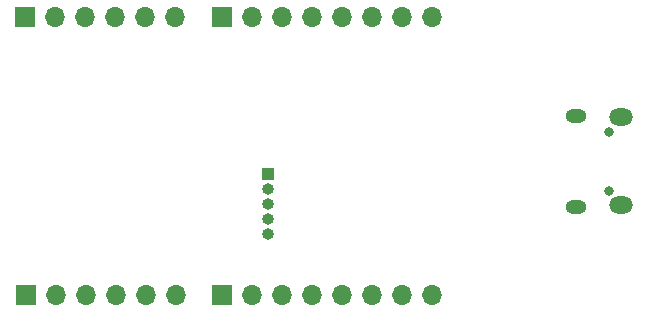
<source format=gbs>
%TF.GenerationSoftware,KiCad,Pcbnew,(5.1.10)-1*%
%TF.CreationDate,2021-11-18T18:04:21+00:00*%
%TF.ProjectId,arduino_zero_like,61726475-696e-46f5-9f7a-65726f5f6c69,rev?*%
%TF.SameCoordinates,Original*%
%TF.FileFunction,Soldermask,Bot*%
%TF.FilePolarity,Negative*%
%FSLAX46Y46*%
G04 Gerber Fmt 4.6, Leading zero omitted, Abs format (unit mm)*
G04 Created by KiCad (PCBNEW (5.1.10)-1) date 2021-11-18 18:04:21*
%MOMM*%
%LPD*%
G01*
G04 APERTURE LIST*
%ADD10R,1.700000X1.700000*%
%ADD11O,1.700000X1.700000*%
%ADD12R,1.000000X1.000000*%
%ADD13O,1.000000X1.000000*%
%ADD14O,2.000000X1.450000*%
%ADD15O,1.800000X1.150000*%
%ADD16O,0.800000X0.800000*%
G04 APERTURE END LIST*
D10*
%TO.C,J1*%
X56950000Y-80520000D03*
D11*
X59490000Y-80520000D03*
X62030000Y-80520000D03*
X64570000Y-80520000D03*
X67110000Y-80520000D03*
X69650000Y-80520000D03*
%TD*%
D10*
%TO.C,J2*%
X56900000Y-56980000D03*
D11*
X59440000Y-56980000D03*
X61980000Y-56980000D03*
X64520000Y-56980000D03*
X67060000Y-56980000D03*
X69600000Y-56980000D03*
%TD*%
%TO.C,J3*%
X91360000Y-80460000D03*
X88820000Y-80460000D03*
X86280000Y-80460000D03*
X83740000Y-80460000D03*
X81200000Y-80460000D03*
X78660000Y-80460000D03*
X76120000Y-80460000D03*
D10*
X73580000Y-80460000D03*
%TD*%
%TO.C,J4*%
X73580000Y-56940000D03*
D11*
X76120000Y-56940000D03*
X78660000Y-56940000D03*
X81200000Y-56940000D03*
X83740000Y-56940000D03*
X86280000Y-56940000D03*
X88820000Y-56940000D03*
X91360000Y-56940000D03*
%TD*%
D12*
%TO.C,J5*%
X77470000Y-70220000D03*
D13*
X77470000Y-71490000D03*
X77470000Y-72760000D03*
X77470000Y-74030000D03*
X77470000Y-75300000D03*
%TD*%
D14*
%TO.C,J6*%
X107320000Y-65445000D03*
X107320000Y-72895000D03*
D15*
X103520000Y-65295000D03*
X103520000Y-73045000D03*
D16*
X106270000Y-66670000D03*
X106270000Y-71670000D03*
%TD*%
M02*

</source>
